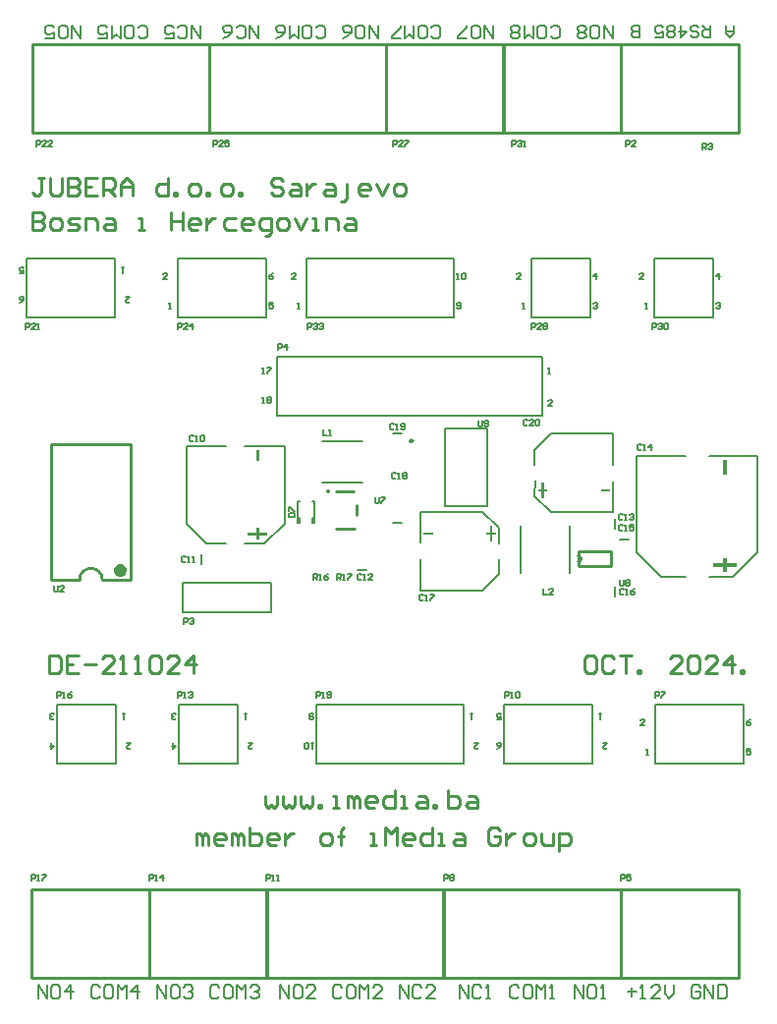
<source format=gto>
G04*
G04 #@! TF.GenerationSoftware,Altium Limited,Altium Designer,24.5.2 (23)*
G04*
G04 Layer_Color=65535*
%FSLAX44Y44*%
%MOMM*%
G71*
G04*
G04 #@! TF.SameCoordinates,E6D3E557-3EFE-479C-B101-03A66C20DB95*
G04*
G04*
G04 #@! TF.FilePolarity,Positive*
G04*
G01*
G75*
%ADD10C,0.2540*%
%ADD11C,0.2500*%
%ADD12C,0.1520*%
%ADD13C,0.1524*%
%ADD14C,0.2000*%
%ADD15C,0.2032*%
%ADD16C,0.1500*%
%ADD17C,0.1270*%
G36*
X231155Y467872D02*
X228665D01*
Y477832D01*
X231155D01*
Y467872D01*
D02*
G37*
G36*
X634135Y456609D02*
X631045D01*
Y468969D01*
X634135D01*
Y456609D01*
D02*
G37*
G36*
X533690Y441767D02*
X525770D01*
Y443747D01*
X533690D01*
Y441767D01*
D02*
G37*
G36*
X476600Y443747D02*
X479570D01*
Y441767D01*
X476600D01*
Y436157D01*
X474621D01*
Y441767D01*
X471650D01*
Y443747D01*
X474621D01*
Y449356D01*
X476600D01*
Y443747D01*
D02*
G37*
G36*
X381009Y404613D02*
X373090D01*
Y406593D01*
X381009D01*
Y404613D01*
D02*
G37*
G36*
X231155Y406537D02*
X238210D01*
Y404047D01*
X231155D01*
Y400312D01*
X228665D01*
Y404047D01*
X221610D01*
Y406537D01*
X228665D01*
Y410272D01*
X231155D01*
Y406537D01*
D02*
G37*
G36*
X432160Y406593D02*
X435130D01*
Y404613D01*
X432160D01*
Y399003D01*
X430180D01*
Y404613D01*
X427210D01*
Y406593D01*
X430180D01*
Y412203D01*
X432160D01*
Y406593D01*
D02*
G37*
G36*
X114656Y378672D02*
X116187Y377151D01*
X117016Y375159D01*
X117016Y373001D01*
X116187Y371009D01*
X114656Y369488D01*
X112658Y368673D01*
X111579Y368680D01*
Y368680D01*
X110500Y368673D01*
X108502Y369488D01*
X106971Y371009D01*
X106142Y373001D01*
X106142Y375159D01*
X106971Y377151D01*
X108502Y378672D01*
X110500Y379488D01*
X111579Y379480D01*
X112658Y379488D01*
X114656Y378672D01*
D02*
G37*
G36*
X634135Y379874D02*
X642890D01*
Y376783D01*
X634135D01*
Y372149D01*
X631045D01*
Y376783D01*
X622290D01*
Y379874D01*
X631045D01*
Y384509D01*
X634135D01*
Y379874D01*
D02*
G37*
D10*
X506450Y381465D02*
G03*
X506450Y386215I0J2375D01*
G01*
X96109Y365760D02*
G03*
X76551Y365760I-9779J0D01*
G01*
X291490Y442072D02*
G03*
X291490Y442072I-640J0D01*
G01*
X506450Y381465D02*
Y389890D01*
Y377698D02*
Y386215D01*
Y377698D02*
X534950D01*
Y389890D01*
X506450D02*
X534950D01*
X51989Y365760D02*
Y482600D01*
X120569D01*
Y365760D02*
Y482600D01*
X96386Y365760D02*
X120569D01*
X51989D02*
X76551D01*
X315069Y421673D02*
Y430510D01*
X297469Y410091D02*
X313469Y410091D01*
X297669Y442270D02*
X313069D01*
X543052Y827151D02*
X644652D01*
X543052Y750951D02*
Y827151D01*
X644652Y750951D02*
Y827151D01*
X543052Y750951D02*
X644652D01*
X340614Y827151D02*
X442214D01*
X340614Y750951D02*
Y827151D01*
X442214Y750951D02*
Y827151D01*
X340614Y750951D02*
X442214D01*
X441452Y827151D02*
X543052D01*
X441452Y750951D02*
Y827151D01*
X543052Y750951D02*
Y827151D01*
X441452Y750951D02*
X543052D01*
X187960D02*
X340360D01*
X187960Y827151D02*
X340360D01*
X187960Y750951D02*
Y827151D01*
X340360Y750951D02*
Y827151D01*
X35560D02*
X187960D01*
X35560Y750951D02*
X187960D01*
Y827151D01*
X35560Y750951D02*
Y827151D01*
X35179Y99060D02*
X136779D01*
X35179Y22860D02*
Y99060D01*
X136779Y22860D02*
Y99060D01*
X35179Y22860D02*
X136779D01*
X136398Y99060D02*
X237998D01*
X136398Y22860D02*
Y99060D01*
X237998Y22860D02*
Y99060D01*
X136398Y22860D02*
X237998D01*
X542798D02*
Y99060D01*
X390398Y22860D02*
Y99060D01*
X542798D01*
X390398Y22860D02*
X542798D01*
X237744D02*
Y99060D01*
X390144Y22860D02*
Y99060D01*
X237744Y22860D02*
X390144D01*
X237744Y99060D02*
X390144D01*
X542798D02*
X644398D01*
X542798Y22860D02*
Y99060D01*
X644398Y22860D02*
Y99060D01*
X542798Y22860D02*
X644398D01*
X177038Y137414D02*
Y147571D01*
X179577D01*
X182116Y145031D01*
Y137414D01*
Y145031D01*
X184655Y147571D01*
X187195Y145031D01*
Y137414D01*
X199891D02*
X194812D01*
X192273Y139953D01*
Y145031D01*
X194812Y147571D01*
X199891D01*
X202430Y145031D01*
Y142492D01*
X192273D01*
X207508Y137414D02*
Y147571D01*
X210047D01*
X212586Y145031D01*
Y137414D01*
Y145031D01*
X215126Y147571D01*
X217665Y145031D01*
Y137414D01*
X222743Y152649D02*
Y137414D01*
X230361D01*
X232900Y139953D01*
Y142492D01*
Y145031D01*
X230361Y147571D01*
X222743D01*
X245596Y137414D02*
X240518D01*
X237978Y139953D01*
Y145031D01*
X240518Y147571D01*
X245596D01*
X248135Y145031D01*
Y142492D01*
X237978D01*
X253213Y147571D02*
Y137414D01*
Y142492D01*
X255753Y145031D01*
X258292Y147571D01*
X260831D01*
X286223Y137414D02*
X291301D01*
X293840Y139953D01*
Y145031D01*
X291301Y147571D01*
X286223D01*
X283683Y145031D01*
Y139953D01*
X286223Y137414D01*
X301458D02*
Y150110D01*
Y145031D01*
X298919D01*
X303997D01*
X301458D01*
Y150110D01*
X303997Y152649D01*
X326850Y137414D02*
X331928D01*
X329389D01*
Y147571D01*
X326850D01*
X339545Y137414D02*
Y152649D01*
X344624Y147571D01*
X349702Y152649D01*
Y137414D01*
X362398D02*
X357320D01*
X354781Y139953D01*
Y145031D01*
X357320Y147571D01*
X362398D01*
X364937Y145031D01*
Y142492D01*
X354781D01*
X380172Y152649D02*
Y137414D01*
X372555D01*
X370016Y139953D01*
Y145031D01*
X372555Y147571D01*
X380172D01*
X385251Y137414D02*
X390329D01*
X387790D01*
Y147571D01*
X385251D01*
X400486D02*
X405564D01*
X408103Y145031D01*
Y137414D01*
X400486D01*
X397947Y139953D01*
X400486Y142492D01*
X408103D01*
X438573Y150110D02*
X436034Y152649D01*
X430956D01*
X428417Y150110D01*
Y139953D01*
X430956Y137414D01*
X436034D01*
X438573Y139953D01*
Y145031D01*
X433495D01*
X443652Y147571D02*
Y137414D01*
Y142492D01*
X446191Y145031D01*
X448730Y147571D01*
X451269D01*
X461426Y137414D02*
X466504D01*
X469044Y139953D01*
Y145031D01*
X466504Y147571D01*
X461426D01*
X458887Y145031D01*
Y139953D01*
X461426Y137414D01*
X474122Y147571D02*
Y139953D01*
X476661Y137414D01*
X484279D01*
Y147571D01*
X489357Y132336D02*
Y147571D01*
X496974D01*
X499514Y145031D01*
Y139953D01*
X496974Y137414D01*
X489357D01*
X236728Y179829D02*
Y172211D01*
X239267Y169672D01*
X241806Y172211D01*
X244345Y169672D01*
X246885Y172211D01*
Y179829D01*
X251963D02*
Y172211D01*
X254502Y169672D01*
X257041Y172211D01*
X259581Y169672D01*
X262120Y172211D01*
Y179829D01*
X267198D02*
Y172211D01*
X269737Y169672D01*
X272276Y172211D01*
X274816Y169672D01*
X277355Y172211D01*
Y179829D01*
X282433Y169672D02*
Y172211D01*
X284972D01*
Y169672D01*
X282433D01*
X295129D02*
X300208D01*
X297668D01*
Y179829D01*
X295129D01*
X307825Y169672D02*
Y179829D01*
X310364D01*
X312903Y177290D01*
Y169672D01*
Y177290D01*
X315443Y179829D01*
X317982Y177290D01*
Y169672D01*
X330678D02*
X325599D01*
X323060Y172211D01*
Y177290D01*
X325599Y179829D01*
X330678D01*
X333217Y177290D01*
Y174750D01*
X323060D01*
X348452Y184907D02*
Y169672D01*
X340834D01*
X338295Y172211D01*
Y177290D01*
X340834Y179829D01*
X348452D01*
X353530Y169672D02*
X358609D01*
X356069D01*
Y179829D01*
X353530D01*
X368765D02*
X373844D01*
X376383Y177290D01*
Y169672D01*
X368765D01*
X366226Y172211D01*
X368765Y174750D01*
X376383D01*
X381461Y169672D02*
Y172211D01*
X384000D01*
Y169672D01*
X381461D01*
X394157Y184907D02*
Y169672D01*
X401775D01*
X404314Y172211D01*
Y174750D01*
Y177290D01*
X401775Y179829D01*
X394157D01*
X411931D02*
X417010D01*
X419549Y177290D01*
Y169672D01*
X411931D01*
X409392Y172211D01*
X411931Y174750D01*
X419549D01*
X519682Y300223D02*
X514603D01*
X512064Y297684D01*
Y287527D01*
X514603Y284988D01*
X519682D01*
X522221Y287527D01*
Y297684D01*
X519682Y300223D01*
X537456Y297684D02*
X534917Y300223D01*
X529838D01*
X527299Y297684D01*
Y287527D01*
X529838Y284988D01*
X534917D01*
X537456Y287527D01*
X542534Y300223D02*
X552691D01*
X547612D01*
Y284988D01*
X557769D02*
Y287527D01*
X560308D01*
Y284988D01*
X557769D01*
X595857D02*
X585700D01*
X595857Y295145D01*
Y297684D01*
X593318Y300223D01*
X588239D01*
X585700Y297684D01*
X600935D02*
X603474Y300223D01*
X608553D01*
X611092Y297684D01*
Y287527D01*
X608553Y284988D01*
X603474D01*
X600935Y287527D01*
Y297684D01*
X626327Y284988D02*
X616170D01*
X626327Y295145D01*
Y297684D01*
X623788Y300223D01*
X618709D01*
X616170Y297684D01*
X639023Y284988D02*
Y300223D01*
X631405Y292605D01*
X641562D01*
X646640Y284988D02*
Y287527D01*
X649180D01*
Y284988D01*
X646640D01*
X45717Y711703D02*
X40638D01*
X43177D01*
Y699007D01*
X40638Y696468D01*
X38099D01*
X35560Y699007D01*
X50795Y711703D02*
Y699007D01*
X53334Y696468D01*
X58413D01*
X60952Y699007D01*
Y711703D01*
X66030D02*
Y696468D01*
X73648D01*
X76187Y699007D01*
Y701546D01*
X73648Y704085D01*
X66030D01*
X73648D01*
X76187Y706625D01*
Y709164D01*
X73648Y711703D01*
X66030D01*
X91422D02*
X81265D01*
Y696468D01*
X91422D01*
X81265Y704085D02*
X86344D01*
X96500Y696468D02*
Y711703D01*
X104118D01*
X106657Y709164D01*
Y704085D01*
X104118Y701546D01*
X96500D01*
X101579D02*
X106657Y696468D01*
X111735D02*
Y706625D01*
X116814Y711703D01*
X121892Y706625D01*
Y696468D01*
Y704085D01*
X111735D01*
X152362Y711703D02*
Y696468D01*
X144745D01*
X142205Y699007D01*
Y704085D01*
X144745Y706625D01*
X152362D01*
X157441Y696468D02*
Y699007D01*
X159980D01*
Y696468D01*
X157441D01*
X172676D02*
X177754D01*
X180293Y699007D01*
Y704085D01*
X177754Y706625D01*
X172676D01*
X170137Y704085D01*
Y699007D01*
X172676Y696468D01*
X185371D02*
Y699007D01*
X187911D01*
Y696468D01*
X185371D01*
X200607D02*
X205685D01*
X208224Y699007D01*
Y704085D01*
X205685Y706625D01*
X200607D01*
X198067Y704085D01*
Y699007D01*
X200607Y696468D01*
X213302D02*
Y699007D01*
X215842D01*
Y696468D01*
X213302D01*
X251390Y709164D02*
X248851Y711703D01*
X243773D01*
X241234Y709164D01*
Y706625D01*
X243773Y704085D01*
X248851D01*
X251390Y701546D01*
Y699007D01*
X248851Y696468D01*
X243773D01*
X241234Y699007D01*
X259008Y706625D02*
X264086D01*
X266625Y704085D01*
Y696468D01*
X259008D01*
X256469Y699007D01*
X259008Y701546D01*
X266625D01*
X271704Y706625D02*
Y696468D01*
Y701546D01*
X274243Y704085D01*
X276782Y706625D01*
X279321D01*
X289478D02*
X294556D01*
X297095Y704085D01*
Y696468D01*
X289478D01*
X286939Y699007D01*
X289478Y701546D01*
X297095D01*
X302174Y691390D02*
X304713D01*
X307252Y693929D01*
Y706625D01*
X325026Y696468D02*
X319948D01*
X317409Y699007D01*
Y704085D01*
X319948Y706625D01*
X325026D01*
X327565Y704085D01*
Y701546D01*
X317409D01*
X332644Y706625D02*
X337722Y696468D01*
X342801Y706625D01*
X350418Y696468D02*
X355496D01*
X358036Y699007D01*
Y704085D01*
X355496Y706625D01*
X350418D01*
X347879Y704085D01*
Y699007D01*
X350418Y696468D01*
X35560Y682747D02*
Y667512D01*
X43177D01*
X45717Y670051D01*
Y672590D01*
X43177Y675129D01*
X35560D01*
X43177D01*
X45717Y677669D01*
Y680208D01*
X43177Y682747D01*
X35560D01*
X53334Y667512D02*
X58413D01*
X60952Y670051D01*
Y675129D01*
X58413Y677669D01*
X53334D01*
X50795Y675129D01*
Y670051D01*
X53334Y667512D01*
X66030D02*
X73648D01*
X76187Y670051D01*
X73648Y672590D01*
X68569D01*
X66030Y675129D01*
X68569Y677669D01*
X76187D01*
X81265Y667512D02*
Y677669D01*
X88883D01*
X91422Y675129D01*
Y667512D01*
X99039Y677669D02*
X104118D01*
X106657Y675129D01*
Y667512D01*
X99039D01*
X96500Y670051D01*
X99039Y672590D01*
X106657D01*
X126970Y667512D02*
X132049D01*
X129510D01*
Y677669D01*
X126970D01*
X154901Y682747D02*
Y667512D01*
Y675129D01*
X165058D01*
Y682747D01*
Y667512D01*
X177754D02*
X172676D01*
X170137Y670051D01*
Y675129D01*
X172676Y677669D01*
X177754D01*
X180293Y675129D01*
Y672590D01*
X170137D01*
X185371Y677669D02*
Y667512D01*
Y672590D01*
X187911Y675129D01*
X190450Y677669D01*
X192989D01*
X210763D02*
X203146D01*
X200607Y675129D01*
Y670051D01*
X203146Y667512D01*
X210763D01*
X223459D02*
X218381D01*
X215842Y670051D01*
Y675129D01*
X218381Y677669D01*
X223459D01*
X225998Y675129D01*
Y672590D01*
X215842D01*
X236155Y662434D02*
X238694D01*
X241234Y664973D01*
Y677669D01*
X233616D01*
X231077Y675129D01*
Y670051D01*
X233616Y667512D01*
X241234D01*
X248851D02*
X253929D01*
X256469Y670051D01*
Y675129D01*
X253929Y677669D01*
X248851D01*
X246312Y675129D01*
Y670051D01*
X248851Y667512D01*
X261547Y677669D02*
X266625Y667512D01*
X271704Y677669D01*
X276782Y667512D02*
X281860D01*
X279321D01*
Y677669D01*
X276782D01*
X289478Y667512D02*
Y677669D01*
X297095D01*
X299635Y675129D01*
Y667512D01*
X307252Y677669D02*
X312330D01*
X314870Y675129D01*
Y667512D01*
X307252D01*
X304713Y670051D01*
X307252Y672590D01*
X314870D01*
X50292Y300223D02*
Y284988D01*
X57909D01*
X60449Y287527D01*
Y297684D01*
X57909Y300223D01*
X50292D01*
X75684D02*
X65527D01*
Y284988D01*
X75684D01*
X65527Y292605D02*
X70605D01*
X80762D02*
X90919D01*
X106154Y284988D02*
X95997D01*
X106154Y295145D01*
Y297684D01*
X103615Y300223D01*
X98536D01*
X95997Y297684D01*
X111232Y284988D02*
X116311D01*
X113771D01*
Y300223D01*
X111232Y297684D01*
X123928Y284988D02*
X129007D01*
X126467D01*
Y300223D01*
X123928Y297684D01*
X136624D02*
X139163Y300223D01*
X144242D01*
X146781Y297684D01*
Y287527D01*
X144242Y284988D01*
X139163D01*
X136624Y287527D01*
Y297684D01*
X162016Y284988D02*
X151859D01*
X162016Y295145D01*
Y297684D01*
X159477Y300223D01*
X154398D01*
X151859Y297684D01*
X174712Y284988D02*
Y300223D01*
X167094Y292605D01*
X177251D01*
D11*
X363920Y485420D02*
G03*
X363920Y485420I-1250J0D01*
G01*
D12*
X556637Y472821D02*
X598848D01*
X618951D02*
X661162D01*
X618951Y368296D02*
X639800D01*
X578000D02*
X598848D01*
D13*
X556637Y389659D02*
Y472821D01*
Y389659D02*
X578000Y368296D01*
X661162Y389659D02*
Y472821D01*
X639800Y368296D02*
X661162Y389659D01*
X437871Y370623D02*
Y383565D01*
X423910Y356662D02*
X437871Y370623D01*
X370348Y356662D02*
X423910D01*
X370348D02*
X370415Y383346D01*
X437733Y397281D02*
X437866Y410235D01*
X423922Y424180D02*
X437866Y410235D01*
X370353Y424180D02*
X423922D01*
X370353D02*
X370553Y397816D01*
X218644Y481084D02*
X253082D01*
Y414422D02*
Y481084D01*
X235720Y397060D02*
X253082Y414422D01*
X218644Y397060D02*
X235720D01*
X168558Y481084D02*
X202996D01*
X168558Y414422D02*
Y481084D01*
Y414422D02*
X185920Y397060D01*
X202996D01*
X536227Y450544D02*
X536427Y424180D01*
X482858D02*
X536427D01*
X468914Y438125D02*
X482858Y424180D01*
X468914Y438125D02*
X469047Y451079D01*
X536365Y465014D02*
X536432Y491698D01*
X482870D02*
X536432D01*
X468909Y477737D02*
X482870Y491698D01*
X468909Y464795D02*
Y477737D01*
D14*
X537700Y410020D02*
Y418020D01*
Y351600D02*
Y359600D01*
X428170Y428920D02*
Y495920D01*
X391170Y428920D02*
X428170D01*
X391170D02*
Y495920D01*
X428170D01*
X316040Y374160D02*
X324040D01*
X266280Y414680D02*
Y418680D01*
X264280D02*
X266280D01*
X277280D02*
X279280D01*
X277280Y414680D02*
Y418680D01*
X279280Y414680D02*
Y433680D01*
X264280Y414680D02*
Y433680D01*
X277280D02*
X279280D01*
X277280Y414680D02*
X279280D01*
X264280Y433680D02*
X266280D01*
X264280Y414680D02*
X266280D01*
X181120Y379540D02*
Y387540D01*
X57404Y258140D02*
X108204D01*
X57404Y207340D02*
Y258140D01*
X108204Y207340D02*
Y258140D01*
X57404Y207340D02*
X108204D01*
X162306Y258140D02*
X213106D01*
X162306Y207340D02*
Y258140D01*
X213106Y207340D02*
Y258140D01*
X162306Y207340D02*
X213106D01*
X280416D02*
Y258140D01*
X407416Y207340D02*
Y258140D01*
X280416Y207340D02*
X407416D01*
X280416Y258140D02*
X407416D01*
X442468D02*
X491151D01*
X442468D02*
X518668D01*
X442468Y207340D02*
X518668D01*
Y258140D01*
X442468Y207340D02*
Y258140D01*
X600541Y207340D02*
X649224D01*
X573024D02*
X649224D01*
X573024Y258140D02*
X649224D01*
X573024Y207340D02*
Y258140D01*
X649224Y207340D02*
Y258140D01*
X30480Y642696D02*
X79163D01*
X30480D02*
X106680D01*
X30480Y591896D02*
X106680D01*
Y642696D01*
X30480Y591896D02*
Y642696D01*
X188571Y591896D02*
X237254D01*
X161054D02*
X237254D01*
X161054Y642696D02*
X237254D01*
X161054Y591896D02*
Y642696D01*
X237254Y591896D02*
Y642696D01*
X398780Y591896D02*
Y642696D01*
X271780Y591896D02*
Y642696D01*
X398780D01*
X271780Y591896D02*
X398780D01*
X465836D02*
X516636D01*
Y642696D01*
X465836Y591896D02*
Y642696D01*
X516636D01*
X571500Y591896D02*
X622300D01*
Y642696D01*
X571500Y591896D02*
Y642696D01*
X622300D01*
X246380Y506730D02*
Y557530D01*
X474980Y506730D02*
Y557530D01*
X246380Y506730D02*
X474980D01*
X246380Y557530D02*
X474980D01*
X165100Y337820D02*
X241300D01*
Y363220D01*
X165100D02*
X241300D01*
X165100Y337820D02*
Y363220D01*
X346520Y491980D02*
X354520D01*
X542100Y400540D02*
X550100D01*
X346520Y414800D02*
X354520D01*
D15*
X457110Y411990D02*
X457110Y371990D01*
X499110D02*
X499110Y411990D01*
X40640Y5080D02*
Y16506D01*
X48257Y5080D01*
Y16506D01*
X57779D02*
X53971D01*
X52066Y14602D01*
Y6984D01*
X53971Y5080D01*
X57779D01*
X59684Y6984D01*
Y14602D01*
X57779Y16506D01*
X69206Y5080D02*
Y16506D01*
X63493Y10793D01*
X71110D01*
X93963Y14602D02*
X92058Y16506D01*
X88250D01*
X86345Y14602D01*
Y6984D01*
X88250Y5080D01*
X92058D01*
X93963Y6984D01*
X103485Y16506D02*
X99676D01*
X97772Y14602D01*
Y6984D01*
X99676Y5080D01*
X103485D01*
X105389Y6984D01*
Y14602D01*
X103485Y16506D01*
X109198Y5080D02*
Y16506D01*
X113007Y12697D01*
X116815Y16506D01*
Y5080D01*
X126337D02*
Y16506D01*
X120624Y10793D01*
X128242D01*
X143477Y5080D02*
Y16506D01*
X151094Y5080D01*
Y16506D01*
X160616D02*
X156808D01*
X154903Y14602D01*
Y6984D01*
X156808Y5080D01*
X160616D01*
X162521Y6984D01*
Y14602D01*
X160616Y16506D01*
X166329Y14602D02*
X168234Y16506D01*
X172043D01*
X173947Y14602D01*
Y12697D01*
X172043Y10793D01*
X170138D01*
X172043D01*
X173947Y8889D01*
Y6984D01*
X172043Y5080D01*
X168234D01*
X166329Y6984D01*
X196800Y14602D02*
X194895Y16506D01*
X191087D01*
X189182Y14602D01*
Y6984D01*
X191087Y5080D01*
X194895D01*
X196800Y6984D01*
X206322Y16506D02*
X202513D01*
X200608Y14602D01*
Y6984D01*
X202513Y5080D01*
X206322D01*
X208226Y6984D01*
Y14602D01*
X206322Y16506D01*
X212035Y5080D02*
Y16506D01*
X215844Y12697D01*
X219652Y16506D01*
Y5080D01*
X223461Y14602D02*
X225366Y16506D01*
X229174D01*
X231079Y14602D01*
Y12697D01*
X229174Y10793D01*
X227270D01*
X229174D01*
X231079Y8889D01*
Y6984D01*
X229174Y5080D01*
X225366D01*
X223461Y6984D01*
X403860Y5080D02*
Y16506D01*
X411478Y5080D01*
Y16506D01*
X422904Y14602D02*
X420999Y16506D01*
X417191D01*
X415286Y14602D01*
Y6984D01*
X417191Y5080D01*
X420999D01*
X422904Y6984D01*
X426713Y5080D02*
X430521D01*
X428617D01*
Y16506D01*
X426713Y14602D01*
X455278D02*
X453374Y16506D01*
X449565D01*
X447661Y14602D01*
Y6984D01*
X449565Y5080D01*
X453374D01*
X455278Y6984D01*
X464800Y16506D02*
X460992D01*
X459087Y14602D01*
Y6984D01*
X460992Y5080D01*
X464800D01*
X466705Y6984D01*
Y14602D01*
X464800Y16506D01*
X470513Y5080D02*
Y16506D01*
X474322Y12697D01*
X478131Y16506D01*
Y5080D01*
X481940D02*
X485749D01*
X483844D01*
Y16506D01*
X481940Y14602D01*
X502888Y5080D02*
Y16506D01*
X510506Y5080D01*
Y16506D01*
X520028D02*
X516219D01*
X514314Y14602D01*
Y6984D01*
X516219Y5080D01*
X520028D01*
X521932Y6984D01*
Y14602D01*
X520028Y16506D01*
X525741Y5080D02*
X529549D01*
X527645D01*
Y16506D01*
X525741Y14602D01*
X548640Y10793D02*
X556258D01*
X552449Y14602D02*
Y6984D01*
X560066Y5080D02*
X563875D01*
X561971D01*
Y16506D01*
X560066Y14602D01*
X577206Y5080D02*
X569588D01*
X577206Y12697D01*
Y14602D01*
X575301Y16506D01*
X571493D01*
X569588Y14602D01*
X581015Y16506D02*
Y8889D01*
X584823Y5080D01*
X588632Y8889D01*
Y16506D01*
X611485Y14602D02*
X609580Y16506D01*
X605772D01*
X603867Y14602D01*
Y6984D01*
X605772Y5080D01*
X609580D01*
X611485Y6984D01*
Y10793D01*
X607676D01*
X615294Y5080D02*
Y16506D01*
X622911Y5080D01*
Y16506D01*
X626720D02*
Y5080D01*
X632433D01*
X634337Y6984D01*
Y14602D01*
X632433Y16506D01*
X626720D01*
X249472Y5080D02*
Y16506D01*
X257090Y5080D01*
Y16506D01*
X266612D02*
X262803D01*
X260899Y14602D01*
Y6984D01*
X262803Y5080D01*
X266612D01*
X268516Y6984D01*
Y14602D01*
X266612Y16506D01*
X279942Y5080D02*
X272325D01*
X279942Y12697D01*
Y14602D01*
X278038Y16506D01*
X274229D01*
X272325Y14602D01*
X302795D02*
X300891Y16506D01*
X297082D01*
X295178Y14602D01*
Y6984D01*
X297082Y5080D01*
X300891D01*
X302795Y6984D01*
X312317Y16506D02*
X308508D01*
X306604Y14602D01*
Y6984D01*
X308508Y5080D01*
X312317D01*
X314221Y6984D01*
Y14602D01*
X312317Y16506D01*
X318030Y5080D02*
Y16506D01*
X321839Y12697D01*
X325648Y16506D01*
Y5080D01*
X337074D02*
X329457D01*
X337074Y12697D01*
Y14602D01*
X335170Y16506D01*
X331361D01*
X329457Y14602D01*
X352309Y5080D02*
Y16506D01*
X359927Y5080D01*
Y16506D01*
X371353Y14602D02*
X369449Y16506D01*
X365640D01*
X363736Y14602D01*
Y6984D01*
X365640Y5080D01*
X369449D01*
X371353Y6984D01*
X382779Y5080D02*
X375162D01*
X382779Y12697D01*
Y14602D01*
X380875Y16506D01*
X377066D01*
X375162Y14602D01*
X535940Y843280D02*
Y831854D01*
X528322Y843280D01*
Y831854D01*
X518801D02*
X522609D01*
X524514Y833758D01*
Y841376D01*
X522609Y843280D01*
X518801D01*
X516896Y841376D01*
Y833758D01*
X518801Y831854D01*
X513087Y833758D02*
X511183Y831854D01*
X507374D01*
X505470Y833758D01*
Y835663D01*
X507374Y837567D01*
X505470Y839471D01*
Y841376D01*
X507374Y843280D01*
X511183D01*
X513087Y841376D01*
Y839471D01*
X511183Y837567D01*
X513087Y835663D01*
Y833758D01*
X511183Y837567D02*
X507374D01*
X482617Y833758D02*
X484522Y831854D01*
X488330D01*
X490235Y833758D01*
Y841376D01*
X488330Y843280D01*
X484522D01*
X482617Y841376D01*
X473095Y831854D02*
X476904D01*
X478808Y833758D01*
Y841376D01*
X476904Y843280D01*
X473095D01*
X471191Y841376D01*
Y833758D01*
X473095Y831854D01*
X467382Y843280D02*
Y831854D01*
X463573Y835663D01*
X459765Y831854D01*
Y843280D01*
X455956Y833758D02*
X454051Y831854D01*
X450243D01*
X448338Y833758D01*
Y835663D01*
X450243Y837567D01*
X448338Y839471D01*
Y841376D01*
X450243Y843280D01*
X454051D01*
X455956Y841376D01*
Y839471D01*
X454051Y837567D01*
X455956Y835663D01*
Y833758D01*
X454051Y837567D02*
X450243D01*
X433103Y843280D02*
Y831854D01*
X425486Y843280D01*
Y831854D01*
X415964D02*
X419772D01*
X421677Y833758D01*
Y841376D01*
X419772Y843280D01*
X415964D01*
X414059Y841376D01*
Y833758D01*
X415964Y831854D01*
X410251D02*
X402633D01*
Y833758D01*
X410251Y841376D01*
Y843280D01*
X379780Y833758D02*
X381685Y831854D01*
X385494D01*
X387398Y833758D01*
Y841376D01*
X385494Y843280D01*
X381685D01*
X379780Y841376D01*
X370258Y831854D02*
X374067D01*
X375972Y833758D01*
Y841376D01*
X374067Y843280D01*
X370258D01*
X368354Y841376D01*
Y833758D01*
X370258Y831854D01*
X364545Y843280D02*
Y831854D01*
X360737Y835663D01*
X356928Y831854D01*
Y843280D01*
X353119Y831854D02*
X345501D01*
Y833758D01*
X353119Y841376D01*
Y843280D01*
X333625D02*
Y831854D01*
X326008Y843280D01*
Y831854D01*
X316486D02*
X320295D01*
X322199Y833758D01*
Y841376D01*
X320295Y843280D01*
X316486D01*
X314582Y841376D01*
Y833758D01*
X316486Y831854D01*
X303155D02*
X306964Y833758D01*
X310773Y837567D01*
Y841376D01*
X308868Y843280D01*
X305060D01*
X303155Y841376D01*
Y839471D01*
X305060Y837567D01*
X310773D01*
X280303Y833758D02*
X282207Y831854D01*
X286016D01*
X287920Y833758D01*
Y841376D01*
X286016Y843280D01*
X282207D01*
X280303Y841376D01*
X270781Y831854D02*
X274589D01*
X276494Y833758D01*
Y841376D01*
X274589Y843280D01*
X270781D01*
X268876Y841376D01*
Y833758D01*
X270781Y831854D01*
X265068Y843280D02*
Y831854D01*
X261259Y835663D01*
X257450Y831854D01*
Y843280D01*
X246024Y831854D02*
X249832Y833758D01*
X253641Y837567D01*
Y841376D01*
X251737Y843280D01*
X247928D01*
X246024Y841376D01*
Y839471D01*
X247928Y837567D01*
X253641D01*
X230789Y843280D02*
Y831854D01*
X223171Y843280D01*
Y831854D01*
X211745Y833758D02*
X213649Y831854D01*
X217458D01*
X219362Y833758D01*
Y841376D01*
X217458Y843280D01*
X213649D01*
X211745Y841376D01*
X200318Y831854D02*
X204127Y833758D01*
X207936Y837567D01*
Y841376D01*
X206031Y843280D01*
X202223D01*
X200318Y841376D01*
Y839471D01*
X202223Y837567D01*
X207936D01*
X180340Y843280D02*
Y831854D01*
X172722Y843280D01*
Y831854D01*
X161296Y833758D02*
X163200Y831854D01*
X167009D01*
X168914Y833758D01*
Y841376D01*
X167009Y843280D01*
X163200D01*
X161296Y841376D01*
X149870Y831854D02*
X157487D01*
Y837567D01*
X153679Y835663D01*
X151774D01*
X149870Y837567D01*
Y841376D01*
X151774Y843280D01*
X155583D01*
X157487Y841376D01*
X127017Y833758D02*
X128922Y831854D01*
X132730D01*
X134635Y833758D01*
Y841376D01*
X132730Y843280D01*
X128922D01*
X127017Y841376D01*
X117495Y831854D02*
X121304D01*
X123208Y833758D01*
Y841376D01*
X121304Y843280D01*
X117495D01*
X115591Y841376D01*
Y833758D01*
X117495Y831854D01*
X111782Y843280D02*
Y831854D01*
X107973Y835663D01*
X104165Y831854D01*
Y843280D01*
X92738Y831854D02*
X100356D01*
Y837567D01*
X96547Y835663D01*
X94643D01*
X92738Y837567D01*
Y841376D01*
X94643Y843280D01*
X98451D01*
X100356Y841376D01*
X77503Y843280D02*
Y831854D01*
X69886Y843280D01*
Y831854D01*
X60364D02*
X64172D01*
X66077Y833758D01*
Y841376D01*
X64172Y843280D01*
X60364D01*
X58459Y841376D01*
Y833758D01*
X60364Y831854D01*
X47033D02*
X54651D01*
Y837567D01*
X50842Y835663D01*
X48937D01*
X47033Y837567D01*
Y841376D01*
X48937Y843280D01*
X52746D01*
X54651Y841376D01*
X640080Y843280D02*
Y836509D01*
X636694Y833123D01*
X633309Y836509D01*
Y843280D01*
Y838202D01*
X640080D01*
X619767Y843280D02*
Y833123D01*
X614688D01*
X612995Y834816D01*
Y838202D01*
X614688Y839894D01*
X619767D01*
X616381D02*
X612995Y843280D01*
X602839Y834816D02*
X604532Y833123D01*
X607917D01*
X609610Y834816D01*
Y836509D01*
X607917Y838202D01*
X604532D01*
X602839Y839894D01*
Y841587D01*
X604532Y843280D01*
X607917D01*
X609610Y841587D01*
X594375Y843280D02*
Y833123D01*
X599453Y838202D01*
X592682D01*
X589296Y834816D02*
X587604Y833123D01*
X584218D01*
X582525Y834816D01*
Y836509D01*
X584218Y838202D01*
X582525Y839894D01*
Y841587D01*
X584218Y843280D01*
X587604D01*
X589296Y841587D01*
Y839894D01*
X587604Y838202D01*
X589296Y836509D01*
Y834816D01*
X587604Y838202D02*
X584218D01*
X572369Y833123D02*
X579140D01*
Y838202D01*
X575754Y836509D01*
X574061D01*
X572369Y838202D01*
Y841587D01*
X574061Y843280D01*
X577447D01*
X579140Y841587D01*
X558826Y833123D02*
Y843280D01*
X553748D01*
X552055Y841587D01*
Y839894D01*
X553748Y838202D01*
X558826D01*
X553748D01*
X552055Y836509D01*
Y834816D01*
X553748Y833123D01*
X558826D01*
D16*
X285590Y449142D02*
X320590D01*
X285592Y485140D02*
X320591D01*
D17*
X54864Y246288D02*
X54018Y245442D01*
X52325D01*
X51478Y246288D01*
Y247135D01*
X52325Y247981D01*
X53171D01*
X52325D01*
X51478Y248827D01*
Y249674D01*
X52325Y250520D01*
X54018D01*
X54864Y249674D01*
X52325Y225120D02*
Y220042D01*
X54864Y222581D01*
X51478D01*
X117518Y225120D02*
X120904D01*
X117518Y221735D01*
Y220888D01*
X118365Y220042D01*
X120058D01*
X120904Y220888D01*
X115824Y250520D02*
X114131D01*
X114978D01*
Y245442D01*
X115824Y246288D01*
X159766D02*
X158920Y245442D01*
X157227D01*
X156380Y246288D01*
Y247135D01*
X157227Y247981D01*
X158073D01*
X157227D01*
X156380Y248827D01*
Y249674D01*
X157227Y250520D01*
X158920D01*
X159766Y249674D01*
X157227Y225120D02*
Y220042D01*
X159766Y222581D01*
X156380D01*
X222420Y225120D02*
X225806D01*
X222420Y221735D01*
Y220888D01*
X223267Y220042D01*
X224960D01*
X225806Y220888D01*
X220726Y250520D02*
X219033D01*
X219880D01*
Y245442D01*
X220726Y246288D01*
X416730Y225120D02*
X420116D01*
X416730Y221735D01*
Y220888D01*
X417577Y220042D01*
X419270D01*
X420116Y220888D01*
X415036Y250520D02*
X413343D01*
X414190D01*
Y245442D01*
X415036Y246288D01*
X277876Y249674D02*
X277030Y250520D01*
X275337D01*
X274490Y249674D01*
Y246288D01*
X275337Y245442D01*
X277030D01*
X277876Y246288D01*
Y247135D01*
X277030Y247981D01*
X274490D01*
X277876Y225120D02*
X276183D01*
X277030D01*
Y220042D01*
X277876Y220888D01*
X273644D02*
X272798Y220042D01*
X271105D01*
X270259Y220888D01*
Y224274D01*
X271105Y225120D01*
X272798D01*
X273644Y224274D01*
Y220888D01*
X526288Y250520D02*
X524595D01*
X525442D01*
Y245442D01*
X526288Y246288D01*
X527982Y225120D02*
X531368D01*
X527982Y221735D01*
Y220888D01*
X528829Y220042D01*
X530522D01*
X531368Y220888D01*
X436542Y245442D02*
X439928D01*
Y247981D01*
X438235Y247135D01*
X437389D01*
X436542Y247981D01*
Y249674D01*
X437389Y250520D01*
X439082D01*
X439928Y249674D01*
X436542Y220042D02*
X438235Y220888D01*
X439928Y222581D01*
Y224274D01*
X439082Y225120D01*
X437389D01*
X436542Y224274D01*
Y223427D01*
X437389Y222581D01*
X439928D01*
X565404Y214960D02*
X567097D01*
X566250D01*
Y220039D01*
X565404Y219192D01*
X563710Y240360D02*
X560324D01*
X563710Y243746D01*
Y244592D01*
X562863Y245438D01*
X561170D01*
X560324Y244592D01*
X655150Y220039D02*
X651764D01*
Y217499D01*
X653457Y218346D01*
X654303D01*
X655150Y217499D01*
Y215807D01*
X654303Y214960D01*
X652610D01*
X651764Y215807D01*
X655150Y245438D02*
X653457Y244592D01*
X651764Y242899D01*
Y241207D01*
X652610Y240360D01*
X654303D01*
X655150Y241207D01*
Y242053D01*
X654303Y242899D01*
X651764D01*
X114300Y635076D02*
X112607D01*
X113454D01*
Y629998D01*
X114300Y630844D01*
X115994Y609676D02*
X119380D01*
X115994Y606291D01*
Y605444D01*
X116841Y604598D01*
X118534D01*
X119380Y605444D01*
X24554Y629998D02*
X27940D01*
Y632537D01*
X26247Y631691D01*
X25401D01*
X24554Y632537D01*
Y634230D01*
X25401Y635076D01*
X27094D01*
X27940Y634230D01*
X24554Y604598D02*
X26247Y605444D01*
X27940Y607137D01*
Y608830D01*
X27094Y609676D01*
X25401D01*
X24554Y608830D01*
Y607983D01*
X25401Y607137D01*
X27940D01*
X153434Y599516D02*
X155127D01*
X154280D01*
Y604594D01*
X153434Y603748D01*
X151740Y624916D02*
X148354D01*
X151740Y628302D01*
Y629148D01*
X150893Y629995D01*
X149200D01*
X148354Y629148D01*
X243179Y604594D02*
X239794D01*
Y602055D01*
X241487Y602902D01*
X242333D01*
X243179Y602055D01*
Y600363D01*
X242333Y599516D01*
X240640D01*
X239794Y600363D01*
X243179Y629995D02*
X241487Y629148D01*
X239794Y627455D01*
Y625763D01*
X240640Y624916D01*
X242333D01*
X243179Y625763D01*
Y626609D01*
X242333Y627455D01*
X239794D01*
X262466Y624916D02*
X259080D01*
X262466Y628302D01*
Y629148D01*
X261619Y629995D01*
X259926D01*
X259080Y629148D01*
X264160Y599516D02*
X265853D01*
X265006D01*
Y604594D01*
X264160Y603748D01*
X401320Y600363D02*
X402166Y599516D01*
X403859D01*
X404706Y600363D01*
Y603748D01*
X403859Y604594D01*
X402166D01*
X401320Y603748D01*
Y602902D01*
X402166Y602055D01*
X404706D01*
X401320Y624916D02*
X403013D01*
X402166D01*
Y629995D01*
X401320Y629148D01*
X405552D02*
X406398Y629995D01*
X408091D01*
X408937Y629148D01*
Y625763D01*
X408091Y624916D01*
X406398D01*
X405552Y625763D01*
Y629148D01*
X519176Y603748D02*
X520022Y604594D01*
X521715D01*
X522562Y603748D01*
Y602902D01*
X521715Y602055D01*
X520869D01*
X521715D01*
X522562Y601209D01*
Y600363D01*
X521715Y599516D01*
X520022D01*
X519176Y600363D01*
X521715Y624916D02*
Y629995D01*
X519176Y627455D01*
X522562D01*
X456522Y624916D02*
X453136D01*
X456522Y628302D01*
Y629148D01*
X455675Y629995D01*
X453982D01*
X453136Y629148D01*
X458216Y599516D02*
X459909D01*
X459062D01*
Y604594D01*
X458216Y603748D01*
X624840D02*
X625686Y604594D01*
X627379D01*
X628226Y603748D01*
Y602902D01*
X627379Y602055D01*
X626533D01*
X627379D01*
X628226Y601209D01*
Y600363D01*
X627379Y599516D01*
X625686D01*
X624840Y600363D01*
X627379Y624916D02*
Y629995D01*
X624840Y627455D01*
X628226D01*
X562186Y624916D02*
X558800D01*
X562186Y628302D01*
Y629148D01*
X561339Y629995D01*
X559646D01*
X558800Y629148D01*
X563880Y599516D02*
X565573D01*
X564726D01*
Y604594D01*
X563880Y603748D01*
X483446Y515620D02*
X480060D01*
X483446Y519006D01*
Y519852D01*
X482599Y520698D01*
X480906D01*
X480060Y519852D01*
Y543560D02*
X481753D01*
X480906D01*
Y548638D01*
X480060Y547792D01*
X233680Y543560D02*
X235373D01*
X234526D01*
Y548638D01*
X233680Y547792D01*
X237912Y548638D02*
X241297D01*
Y547792D01*
X237912Y544406D01*
Y543560D01*
X233680Y518160D02*
X235373D01*
X234526D01*
Y523238D01*
X233680Y522392D01*
X237912D02*
X238758Y523238D01*
X240451D01*
X241297Y522392D01*
Y521546D01*
X240451Y520699D01*
X241297Y519853D01*
Y519006D01*
X240451Y518160D01*
X238758D01*
X237912Y519006D01*
Y519853D01*
X238758Y520699D01*
X237912Y521546D01*
Y522392D01*
X238758Y520699D02*
X240451D01*
X165948Y327661D02*
Y332739D01*
X168487D01*
X169334Y331893D01*
Y330200D01*
X168487Y329354D01*
X165948D01*
X171026Y331893D02*
X171873Y332739D01*
X173566D01*
X174412Y331893D01*
Y331046D01*
X173566Y330200D01*
X172719D01*
X173566D01*
X174412Y329354D01*
Y328507D01*
X173566Y327661D01*
X171873D01*
X171026Y328507D01*
X419948Y502919D02*
Y498687D01*
X420794Y497841D01*
X422487D01*
X423334Y498687D01*
Y502919D01*
X425026Y498687D02*
X425873Y497841D01*
X427566D01*
X428412Y498687D01*
Y502073D01*
X427566Y502919D01*
X425873D01*
X425026Y502073D01*
Y501226D01*
X425873Y500380D01*
X428412D01*
X541868Y365759D02*
Y361527D01*
X542715Y360681D01*
X544407D01*
X545254Y361527D01*
Y365759D01*
X546946Y364913D02*
X547793Y365759D01*
X549486D01*
X550332Y364913D01*
Y364066D01*
X549486Y363220D01*
X550332Y362374D01*
Y361527D01*
X549486Y360681D01*
X547793D01*
X546946Y361527D01*
Y362374D01*
X547793Y363220D01*
X546946Y364066D01*
Y364913D01*
X547793Y363220D02*
X549486D01*
X331048Y436879D02*
Y432647D01*
X331894Y431801D01*
X333587D01*
X334434Y432647D01*
Y436879D01*
X336126D02*
X339512D01*
Y436033D01*
X336126Y432647D01*
Y431801D01*
X54188Y360679D02*
Y356447D01*
X55034Y355601D01*
X56727D01*
X57574Y356447D01*
Y360679D01*
X62652Y355601D02*
X59266D01*
X62652Y358986D01*
Y359833D01*
X61806Y360679D01*
X60113D01*
X59266Y359833D01*
X298452Y365761D02*
Y370839D01*
X300991D01*
X301838Y369993D01*
Y368300D01*
X300991Y367454D01*
X298452D01*
X300145D02*
X301838Y365761D01*
X303530D02*
X305223D01*
X304377D01*
Y370839D01*
X303530Y369993D01*
X307762Y370839D02*
X311148D01*
Y369993D01*
X307762Y366607D01*
Y365761D01*
X278132D02*
Y370839D01*
X280671D01*
X281518Y369993D01*
Y368300D01*
X280671Y367454D01*
X278132D01*
X279825D02*
X281518Y365761D01*
X283210D02*
X284903D01*
X284057D01*
Y370839D01*
X283210Y369993D01*
X290828Y370839D02*
X289135Y369993D01*
X287442Y368300D01*
Y366607D01*
X288289Y365761D01*
X289982D01*
X290828Y366607D01*
Y367454D01*
X289982Y368300D01*
X287442D01*
X612988Y736601D02*
Y741679D01*
X615527D01*
X616374Y740833D01*
Y739140D01*
X615527Y738294D01*
X612988D01*
X614681D02*
X616374Y736601D01*
X618066Y740833D02*
X618913Y741679D01*
X620606D01*
X621452Y740833D01*
Y739986D01*
X620606Y739140D01*
X619759D01*
X620606D01*
X621452Y738294D01*
Y737447D01*
X620606Y736601D01*
X618913D01*
X618066Y737447D01*
X272629Y581661D02*
Y586739D01*
X275168D01*
X276014Y585893D01*
Y584200D01*
X275168Y583354D01*
X272629D01*
X277707Y585893D02*
X278554Y586739D01*
X280246D01*
X281093Y585893D01*
Y585046D01*
X280246Y584200D01*
X279400D01*
X280246D01*
X281093Y583354D01*
Y582507D01*
X280246Y581661D01*
X278554D01*
X277707Y582507D01*
X282786Y585893D02*
X283632Y586739D01*
X285325D01*
X286171Y585893D01*
Y585046D01*
X285325Y584200D01*
X284478D01*
X285325D01*
X286171Y583354D01*
Y582507D01*
X285325Y581661D01*
X283632D01*
X282786Y582507D01*
X448735Y739141D02*
Y744219D01*
X451274D01*
X452121Y743373D01*
Y741680D01*
X451274Y740834D01*
X448735D01*
X453814Y743373D02*
X454660Y744219D01*
X456353D01*
X457199Y743373D01*
Y742526D01*
X456353Y741680D01*
X455506D01*
X456353D01*
X457199Y740834D01*
Y739987D01*
X456353Y739141D01*
X454660D01*
X453814Y739987D01*
X458892Y739141D02*
X460585D01*
X459738D01*
Y744219D01*
X458892Y743373D01*
X569809Y581661D02*
Y586739D01*
X572348D01*
X573194Y585893D01*
Y584200D01*
X572348Y583354D01*
X569809D01*
X574887Y585893D02*
X575734Y586739D01*
X577426D01*
X578273Y585893D01*
Y585046D01*
X577426Y584200D01*
X576580D01*
X577426D01*
X578273Y583354D01*
Y582507D01*
X577426Y581661D01*
X575734D01*
X574887Y582507D01*
X579966Y585893D02*
X580812Y586739D01*
X582505D01*
X583351Y585893D01*
Y582507D01*
X582505Y581661D01*
X580812D01*
X579966Y582507D01*
Y585893D01*
X465669Y581661D02*
Y586739D01*
X468208D01*
X469054Y585893D01*
Y584200D01*
X468208Y583354D01*
X465669D01*
X474133Y581661D02*
X470747D01*
X474133Y585046D01*
Y585893D01*
X473286Y586739D01*
X471594D01*
X470747Y585893D01*
X475826D02*
X476672Y586739D01*
X478365D01*
X479211Y585893D01*
Y585046D01*
X478365Y584200D01*
X479211Y583354D01*
Y582507D01*
X478365Y581661D01*
X476672D01*
X475826Y582507D01*
Y583354D01*
X476672Y584200D01*
X475826Y585046D01*
Y585893D01*
X476672Y584200D02*
X478365D01*
X346289Y739141D02*
Y744219D01*
X348828D01*
X349674Y743373D01*
Y741680D01*
X348828Y740834D01*
X346289D01*
X354753Y739141D02*
X351367D01*
X354753Y742526D01*
Y743373D01*
X353906Y744219D01*
X352214D01*
X351367Y743373D01*
X356446Y744219D02*
X359831D01*
Y743373D01*
X356446Y739987D01*
Y739141D01*
X191349D02*
Y744219D01*
X193888D01*
X194734Y743373D01*
Y741680D01*
X193888Y740834D01*
X191349D01*
X199813Y739141D02*
X196427D01*
X199813Y742526D01*
Y743373D01*
X198966Y744219D01*
X197274D01*
X196427Y743373D01*
X204891Y744219D02*
X201506D01*
Y741680D01*
X203198Y742526D01*
X204045D01*
X204891Y741680D01*
Y739987D01*
X204045Y739141D01*
X202352D01*
X201506Y739987D01*
X160869Y581661D02*
Y586739D01*
X163408D01*
X164254Y585893D01*
Y584200D01*
X163408Y583354D01*
X160869D01*
X169333Y581661D02*
X165947D01*
X169333Y585046D01*
Y585893D01*
X168486Y586739D01*
X166794D01*
X165947Y585893D01*
X173565Y581661D02*
Y586739D01*
X171026Y584200D01*
X174411D01*
X38949Y739141D02*
Y744219D01*
X41488D01*
X42334Y743373D01*
Y741680D01*
X41488Y740834D01*
X38949D01*
X47413Y739141D02*
X44027D01*
X47413Y742526D01*
Y743373D01*
X46566Y744219D01*
X44874D01*
X44027Y743373D01*
X52491Y739141D02*
X49106D01*
X52491Y742526D01*
Y743373D01*
X51645Y744219D01*
X49952D01*
X49106Y743373D01*
X29635Y581661D02*
Y586739D01*
X32174D01*
X33021Y585893D01*
Y584200D01*
X32174Y583354D01*
X29635D01*
X38099Y581661D02*
X34714D01*
X38099Y585046D01*
Y585893D01*
X37253Y586739D01*
X35560D01*
X34714Y585893D01*
X39792Y581661D02*
X41485D01*
X40638D01*
Y586739D01*
X39792Y585893D01*
X280672Y264161D02*
Y269239D01*
X283211D01*
X284058Y268393D01*
Y266700D01*
X283211Y265854D01*
X280672D01*
X285750Y264161D02*
X287443D01*
X286597D01*
Y269239D01*
X285750Y268393D01*
X289982Y265007D02*
X290829Y264161D01*
X292522D01*
X293368Y265007D01*
Y268393D01*
X292522Y269239D01*
X290829D01*
X289982Y268393D01*
Y267546D01*
X290829Y266700D01*
X293368D01*
X35052Y106680D02*
Y111758D01*
X37591D01*
X38438Y110912D01*
Y109219D01*
X37591Y108373D01*
X35052D01*
X40130Y106680D02*
X41823D01*
X40977D01*
Y111758D01*
X40130Y110912D01*
X44362Y111758D02*
X47748D01*
Y110912D01*
X44362Y107526D01*
Y106680D01*
X57152Y264161D02*
Y269239D01*
X59691D01*
X60538Y268393D01*
Y266700D01*
X59691Y265854D01*
X57152D01*
X62230Y264161D02*
X63923D01*
X63077D01*
Y269239D01*
X62230Y268393D01*
X69848Y269239D02*
X68155Y268393D01*
X66462Y266700D01*
Y265007D01*
X67309Y264161D01*
X69002D01*
X69848Y265007D01*
Y265854D01*
X69002Y266700D01*
X66462D01*
X136398Y106680D02*
Y111758D01*
X138937D01*
X139784Y110912D01*
Y109219D01*
X138937Y108373D01*
X136398D01*
X141476Y106680D02*
X143169D01*
X142323D01*
Y111758D01*
X141476Y110912D01*
X148247Y106680D02*
Y111758D01*
X145708Y109219D01*
X149094D01*
X161292Y264161D02*
Y269239D01*
X163831D01*
X164678Y268393D01*
Y266700D01*
X163831Y265854D01*
X161292D01*
X166370Y264161D02*
X168063D01*
X167217D01*
Y269239D01*
X166370Y268393D01*
X170602D02*
X171449Y269239D01*
X173142D01*
X173988Y268393D01*
Y267546D01*
X173142Y266700D01*
X172295D01*
X173142D01*
X173988Y265854D01*
Y265007D01*
X173142Y264161D01*
X171449D01*
X170602Y265007D01*
X237744Y106680D02*
Y111758D01*
X240283D01*
X241130Y110912D01*
Y109219D01*
X240283Y108373D01*
X237744D01*
X242822Y106680D02*
X244515D01*
X243669D01*
Y111758D01*
X242822Y110912D01*
X247054Y106680D02*
X248747D01*
X247901D01*
Y111758D01*
X247054Y110912D01*
X443232Y264161D02*
Y269239D01*
X445771D01*
X446618Y268393D01*
Y266700D01*
X445771Y265854D01*
X443232D01*
X448310Y264161D02*
X450003D01*
X449157D01*
Y269239D01*
X448310Y268393D01*
X452542D02*
X453389Y269239D01*
X455082D01*
X455928Y268393D01*
Y265007D01*
X455082Y264161D01*
X453389D01*
X452542Y265007D01*
Y268393D01*
X390398Y106680D02*
Y111758D01*
X392937D01*
X393784Y110912D01*
Y109219D01*
X392937Y108373D01*
X390398D01*
X395476Y110912D02*
X396323Y111758D01*
X398016D01*
X398862Y110912D01*
Y110066D01*
X398016Y109219D01*
X398862Y108373D01*
Y107526D01*
X398016Y106680D01*
X396323D01*
X395476Y107526D01*
Y108373D01*
X396323Y109219D01*
X395476Y110066D01*
Y110912D01*
X396323Y109219D02*
X398016D01*
X572348Y264161D02*
Y269239D01*
X574887D01*
X575734Y268393D01*
Y266700D01*
X574887Y265854D01*
X572348D01*
X577426Y269239D02*
X580812D01*
Y268393D01*
X577426Y265007D01*
Y264161D01*
X542798Y106680D02*
Y111758D01*
X545337D01*
X546184Y110912D01*
Y109219D01*
X545337Y108373D01*
X542798D01*
X551262Y111758D02*
X547876D01*
Y109219D01*
X549569Y110066D01*
X550415D01*
X551262Y109219D01*
Y107526D01*
X550415Y106680D01*
X548723D01*
X547876Y107526D01*
X247228Y563881D02*
Y568959D01*
X249767D01*
X250614Y568113D01*
Y566420D01*
X249767Y565574D01*
X247228D01*
X254846Y563881D02*
Y568959D01*
X252306Y566420D01*
X255692D01*
X546948Y739141D02*
Y744219D01*
X549487D01*
X550334Y743373D01*
Y741680D01*
X549487Y740834D01*
X546948D01*
X555412Y739141D02*
X552026D01*
X555412Y742526D01*
Y743373D01*
X554566Y744219D01*
X552873D01*
X552026Y743373D01*
X475828Y358139D02*
Y353061D01*
X479214D01*
X484292D02*
X480906D01*
X484292Y356446D01*
Y357293D01*
X483446Y358139D01*
X481753D01*
X480906Y357293D01*
X286174Y495299D02*
Y490221D01*
X289560D01*
X291253D02*
X292946D01*
X292099D01*
Y495299D01*
X291253Y494453D01*
X256541Y419948D02*
X261619D01*
Y422487D01*
X260773Y423334D01*
X257387D01*
X256541Y422487D01*
Y419948D01*
Y425026D02*
Y428412D01*
X257387D01*
X260773Y425026D01*
X261619D01*
X462618Y503088D02*
X461771Y503934D01*
X460078D01*
X459232Y503088D01*
Y499702D01*
X460078Y498856D01*
X461771D01*
X462618Y499702D01*
X467696Y498856D02*
X464310D01*
X467696Y502242D01*
Y503088D01*
X466850Y503934D01*
X465157D01*
X464310Y503088D01*
X469389D02*
X470235Y503934D01*
X471928D01*
X472774Y503088D01*
Y499702D01*
X471928Y498856D01*
X470235D01*
X469389Y499702D01*
Y503088D01*
X347558Y499533D02*
X346711Y500379D01*
X345019D01*
X344172Y499533D01*
Y496147D01*
X345019Y495301D01*
X346711D01*
X347558Y496147D01*
X349250Y495301D02*
X350943D01*
X350097D01*
Y500379D01*
X349250Y499533D01*
X353482Y496147D02*
X354329Y495301D01*
X356022D01*
X356868Y496147D01*
Y499533D01*
X356022Y500379D01*
X354329D01*
X353482Y499533D01*
Y498686D01*
X354329Y497840D01*
X356868D01*
X349080Y457368D02*
X348233Y458214D01*
X346540D01*
X345694Y457368D01*
Y453982D01*
X346540Y453136D01*
X348233D01*
X349080Y453982D01*
X350772Y453136D02*
X352465D01*
X351619D01*
Y458214D01*
X350772Y457368D01*
X355004D02*
X355851Y458214D01*
X357543D01*
X358390Y457368D01*
Y456522D01*
X357543Y455675D01*
X358390Y454829D01*
Y453982D01*
X357543Y453136D01*
X355851D01*
X355004Y453982D01*
Y454829D01*
X355851Y455675D01*
X355004Y456522D01*
Y457368D01*
X355851Y455675D02*
X357543D01*
X372958Y352213D02*
X372111Y353059D01*
X370419D01*
X369572Y352213D01*
Y348827D01*
X370419Y347981D01*
X372111D01*
X372958Y348827D01*
X374650Y347981D02*
X376343D01*
X375497D01*
Y353059D01*
X374650Y352213D01*
X378882Y353059D02*
X382268D01*
Y352213D01*
X378882Y348827D01*
Y347981D01*
X545678Y357293D02*
X544831Y358139D01*
X543139D01*
X542292Y357293D01*
Y353907D01*
X543139Y353061D01*
X544831D01*
X545678Y353907D01*
X547370Y353061D02*
X549063D01*
X548217D01*
Y358139D01*
X547370Y357293D01*
X554988Y358139D02*
X553295Y357293D01*
X551602Y355600D01*
Y353907D01*
X552449Y353061D01*
X554142D01*
X554988Y353907D01*
Y354754D01*
X554142Y355600D01*
X551602D01*
X544660Y412156D02*
X543813Y413002D01*
X542120D01*
X541274Y412156D01*
Y408770D01*
X542120Y407924D01*
X543813D01*
X544660Y408770D01*
X546352Y407924D02*
X548045D01*
X547199D01*
Y413002D01*
X546352Y412156D01*
X553970Y413002D02*
X550584D01*
Y410463D01*
X552277Y411310D01*
X553124D01*
X553970Y410463D01*
Y408770D01*
X553124Y407924D01*
X551431D01*
X550584Y408770D01*
X560918Y481753D02*
X560071Y482599D01*
X558378D01*
X557532Y481753D01*
Y478367D01*
X558378Y477521D01*
X560071D01*
X560918Y478367D01*
X562610Y477521D02*
X564303D01*
X563457D01*
Y482599D01*
X562610Y481753D01*
X569382Y477521D02*
Y482599D01*
X566842Y480060D01*
X570228D01*
X545006Y421649D02*
X544160Y422495D01*
X542467D01*
X541621Y421649D01*
Y418263D01*
X542467Y417417D01*
X544160D01*
X545006Y418263D01*
X546699Y417417D02*
X548392D01*
X547546D01*
Y422495D01*
X546699Y421649D01*
X550931D02*
X551777Y422495D01*
X553470D01*
X554317Y421649D01*
Y420802D01*
X553470Y419956D01*
X552624D01*
X553470D01*
X554317Y419110D01*
Y418263D01*
X553470Y417417D01*
X551777D01*
X550931Y418263D01*
X319618Y369993D02*
X318771Y370839D01*
X317078D01*
X316232Y369993D01*
Y366607D01*
X317078Y365761D01*
X318771D01*
X319618Y366607D01*
X321310Y365761D02*
X323003D01*
X322157D01*
Y370839D01*
X321310Y369993D01*
X328928Y365761D02*
X325542D01*
X328928Y369146D01*
Y369993D01*
X328082Y370839D01*
X326389D01*
X325542Y369993D01*
X168064Y385233D02*
X167218Y386079D01*
X165525D01*
X164678Y385233D01*
Y381847D01*
X165525Y381001D01*
X167218D01*
X168064Y381847D01*
X169757Y381001D02*
X171450D01*
X170603D01*
Y386079D01*
X169757Y385233D01*
X173989Y381001D02*
X175682D01*
X174835D01*
Y386079D01*
X173989Y385233D01*
X174838Y489373D02*
X173991Y490219D01*
X172299D01*
X171452Y489373D01*
Y485987D01*
X172299Y485141D01*
X173991D01*
X174838Y485987D01*
X176530Y485141D02*
X178223D01*
X177377D01*
Y490219D01*
X176530Y489373D01*
X180762D02*
X181609Y490219D01*
X183302D01*
X184148Y489373D01*
Y485987D01*
X183302Y485141D01*
X181609D01*
X180762Y485987D01*
Y489373D01*
M02*

</source>
